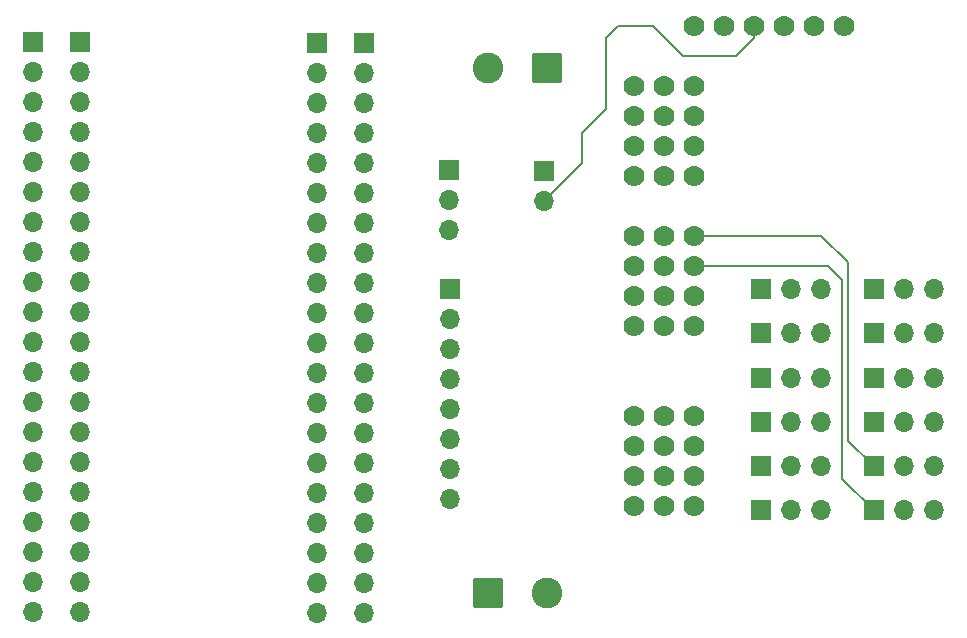
<source format=gbr>
%TF.GenerationSoftware,KiCad,Pcbnew,9.0.0*%
%TF.CreationDate,2025-03-26T16:26:24-04:00*%
%TF.ProjectId,spotmicro20mm,73706f74-6d69-4637-926f-32306d6d2e6b,rev?*%
%TF.SameCoordinates,Original*%
%TF.FileFunction,Copper,L4,Bot*%
%TF.FilePolarity,Positive*%
%FSLAX46Y46*%
G04 Gerber Fmt 4.6, Leading zero omitted, Abs format (unit mm)*
G04 Created by KiCad (PCBNEW 9.0.0) date 2025-03-26 16:26:24*
%MOMM*%
%LPD*%
G01*
G04 APERTURE LIST*
G04 Aperture macros list*
%AMRoundRect*
0 Rectangle with rounded corners*
0 $1 Rounding radius*
0 $2 $3 $4 $5 $6 $7 $8 $9 X,Y pos of 4 corners*
0 Add a 4 corners polygon primitive as box body*
4,1,4,$2,$3,$4,$5,$6,$7,$8,$9,$2,$3,0*
0 Add four circle primitives for the rounded corners*
1,1,$1+$1,$2,$3*
1,1,$1+$1,$4,$5*
1,1,$1+$1,$6,$7*
1,1,$1+$1,$8,$9*
0 Add four rect primitives between the rounded corners*
20,1,$1+$1,$2,$3,$4,$5,0*
20,1,$1+$1,$4,$5,$6,$7,0*
20,1,$1+$1,$6,$7,$8,$9,0*
20,1,$1+$1,$8,$9,$2,$3,0*%
G04 Aperture macros list end*
%TA.AperFunction,ComponentPad*%
%ADD10R,1.700000X1.700000*%
%TD*%
%TA.AperFunction,ComponentPad*%
%ADD11O,1.700000X1.700000*%
%TD*%
%TA.AperFunction,ComponentPad*%
%ADD12RoundRect,0.250000X1.050000X1.050000X-1.050000X1.050000X-1.050000X-1.050000X1.050000X-1.050000X0*%
%TD*%
%TA.AperFunction,ComponentPad*%
%ADD13C,2.600000*%
%TD*%
%TA.AperFunction,ComponentPad*%
%ADD14RoundRect,0.250000X-1.050000X-1.050000X1.050000X-1.050000X1.050000X1.050000X-1.050000X1.050000X0*%
%TD*%
%TA.AperFunction,ComponentPad*%
%ADD15C,1.778000*%
%TD*%
%TA.AperFunction,Conductor*%
%ADD16C,0.200000*%
%TD*%
G04 APERTURE END LIST*
D10*
%TO.P,J9,1,Pin_1*%
%TO.N,/PWM-7*%
X146170000Y-88000000D03*
D11*
%TO.P,J9,2,Pin_2*%
%TO.N,/S2-PWR*%
X148710000Y-88000000D03*
%TO.P,J9,3,Pin_3*%
%TO.N,/S2-GND*%
X151250000Y-88000000D03*
%TD*%
D10*
%TO.P,J14,1,Pin_1*%
%TO.N,/ESP-32Pin*%
X88500000Y-63360000D03*
D11*
%TO.P,J14,2,Pin_2*%
X88500000Y-65900000D03*
%TO.P,J14,3,Pin_3*%
X88500000Y-68440000D03*
%TO.P,J14,4,Pin_4*%
X88500000Y-70980000D03*
%TO.P,J14,5,Pin_5*%
X88500000Y-73520000D03*
%TO.P,J14,6,Pin_6*%
X88500000Y-76060000D03*
%TO.P,J14,7,Pin_7*%
X88500000Y-78600000D03*
%TO.P,J14,8,Pin_8*%
X88500000Y-81140000D03*
%TO.P,J14,9,Pin_9*%
X88500000Y-83680000D03*
%TO.P,J14,10,Pin_10*%
X88500000Y-86220000D03*
%TO.P,J14,11,Pin_11*%
X88500000Y-88760000D03*
%TO.P,J14,12,Pin_12*%
X88500000Y-91300000D03*
%TO.P,J14,13,Pin_13*%
X88500000Y-93840000D03*
%TO.P,J14,14,Pin_14*%
X88500000Y-96380000D03*
%TO.P,J14,15,Pin_15*%
X88500000Y-98920000D03*
%TO.P,J14,16,Pin_16*%
X88500000Y-101460000D03*
%TO.P,J14,17,Pin_17*%
X88500000Y-104000000D03*
%TO.P,J14,18,Pin_18*%
X88500000Y-106540000D03*
%TO.P,J14,19,Pin_19*%
X88500000Y-109080000D03*
%TO.P,J14,20,Pin_20*%
X88500000Y-111620000D03*
%TD*%
D10*
%TO.P,J6,1,Pin_1*%
%TO.N,/PWM-4*%
X155670000Y-99250000D03*
D11*
%TO.P,J6,2,Pin_2*%
%TO.N,/S1-PWR*%
X158210000Y-99250000D03*
%TO.P,J6,3,Pin_3*%
%TO.N,/S1-GND*%
X160750000Y-99250000D03*
%TD*%
D10*
%TO.P,J18,1,Pin_1*%
%TO.N,/Global SCL*%
X127750000Y-74250000D03*
D11*
%TO.P,J18,2,Pin_2*%
%TO.N,/Global SDA*%
X127750000Y-76790000D03*
%TD*%
D12*
%TO.P,J21,1,Pin_1*%
%TO.N,/S2-PWR*%
X127993453Y-65577500D03*
D13*
%TO.P,J21,2,Pin_2*%
%TO.N,/S2-GND*%
X122993453Y-65577500D03*
%TD*%
D10*
%TO.P,J4,1,Pin_1*%
%TO.N,/PWM-2*%
X155670000Y-91750000D03*
D11*
%TO.P,J4,2,Pin_2*%
%TO.N,/S1-PWR*%
X158210000Y-91750000D03*
%TO.P,J4,3,Pin_3*%
%TO.N,/S1-GND*%
X160750000Y-91750000D03*
%TD*%
D10*
%TO.P,J17,1,Pin_1*%
%TO.N,/ESP-32Pin*%
X112500000Y-63400000D03*
D11*
%TO.P,J17,2,Pin_2*%
X112500000Y-65940000D03*
%TO.P,J17,3,Pin_3*%
X112500000Y-68480000D03*
%TO.P,J17,4,Pin_4*%
X112500000Y-71020000D03*
%TO.P,J17,5,Pin_5*%
X112500000Y-73560000D03*
%TO.P,J17,6,Pin_6*%
X112500000Y-76100000D03*
%TO.P,J17,7,Pin_7*%
X112500000Y-78640000D03*
%TO.P,J17,8,Pin_8*%
X112500000Y-81180000D03*
%TO.P,J17,9,Pin_9*%
X112500000Y-83720000D03*
%TO.P,J17,10,Pin_10*%
X112500000Y-86260000D03*
%TO.P,J17,11,Pin_11*%
X112500000Y-88800000D03*
%TO.P,J17,12,Pin_12*%
X112500000Y-91340000D03*
%TO.P,J17,13,Pin_13*%
X112500000Y-93880000D03*
%TO.P,J17,14,Pin_14*%
X112500000Y-96420000D03*
%TO.P,J17,15,Pin_15*%
X112500000Y-98960000D03*
%TO.P,J17,16,Pin_16*%
X112500000Y-101500000D03*
%TO.P,J17,17,Pin_17*%
X112500000Y-104040000D03*
%TO.P,J17,18,Pin_18*%
X112500000Y-106580000D03*
%TO.P,J17,19,Pin_19*%
X112500000Y-109120000D03*
%TO.P,J17,20,Pin_20*%
X112500000Y-111660000D03*
%TD*%
D10*
%TO.P,J13,1,Pin_1*%
%TO.N,/PWM-11*%
X146170000Y-103000000D03*
D11*
%TO.P,J13,2,Pin_2*%
%TO.N,/S2-PWR*%
X148710000Y-103000000D03*
%TO.P,J13,3,Pin_3*%
%TO.N,/S2-GND*%
X151250000Y-103000000D03*
%TD*%
D10*
%TO.P,J3,1,Pin_1*%
%TO.N,/PWM-1*%
X155670000Y-88000000D03*
D11*
%TO.P,J3,2,Pin_2*%
%TO.N,/S1-PWR*%
X158210000Y-88000000D03*
%TO.P,J3,3,Pin_3*%
%TO.N,/S1-GND*%
X160750000Y-88000000D03*
%TD*%
D10*
%TO.P,J15,1,Pin_1*%
%TO.N,/ESP-32Pin*%
X108500000Y-63400000D03*
D11*
%TO.P,J15,2,Pin_2*%
X108500000Y-65940000D03*
%TO.P,J15,3,Pin_3*%
X108500000Y-68480000D03*
%TO.P,J15,4,Pin_4*%
X108500000Y-71020000D03*
%TO.P,J15,5,Pin_5*%
X108500000Y-73560000D03*
%TO.P,J15,6,Pin_6*%
X108500000Y-76100000D03*
%TO.P,J15,7,Pin_7*%
X108500000Y-78640000D03*
%TO.P,J15,8,Pin_8*%
X108500000Y-81180000D03*
%TO.P,J15,9,Pin_9*%
X108500000Y-83720000D03*
%TO.P,J15,10,Pin_10*%
X108500000Y-86260000D03*
%TO.P,J15,11,Pin_11*%
X108500000Y-88800000D03*
%TO.P,J15,12,Pin_12*%
X108500000Y-91340000D03*
%TO.P,J15,13,Pin_13*%
X108500000Y-93880000D03*
%TO.P,J15,14,Pin_14*%
X108500000Y-96420000D03*
%TO.P,J15,15,Pin_15*%
X108500000Y-98960000D03*
%TO.P,J15,16,Pin_16*%
X108500000Y-101500000D03*
%TO.P,J15,17,Pin_17*%
X108500000Y-104040000D03*
%TO.P,J15,18,Pin_18*%
X108500000Y-106580000D03*
%TO.P,J15,19,Pin_19*%
X108500000Y-109120000D03*
%TO.P,J15,20,Pin_20*%
X108500000Y-111660000D03*
%TD*%
D10*
%TO.P,J11,1,Pin_1*%
%TO.N,/PWM-9*%
X146170000Y-95500000D03*
D11*
%TO.P,J11,2,Pin_2*%
%TO.N,/S2-PWR*%
X148710000Y-95500000D03*
%TO.P,J11,3,Pin_3*%
%TO.N,/S2-GND*%
X151250000Y-95500000D03*
%TD*%
D14*
%TO.P,J1,1,Pin_1*%
%TO.N,/S1-PWR*%
X123000000Y-110000000D03*
D13*
%TO.P,J1,2,Pin_2*%
%TO.N,/S1-GND*%
X128000000Y-110000000D03*
%TD*%
D10*
%TO.P,J16,1,Pin_1*%
%TO.N,/ESP-32Pin*%
X84500000Y-63360000D03*
D11*
%TO.P,J16,2,Pin_2*%
X84500000Y-65900000D03*
%TO.P,J16,3,Pin_3*%
X84500000Y-68440000D03*
%TO.P,J16,4,Pin_4*%
X84500000Y-70980000D03*
%TO.P,J16,5,Pin_5*%
X84500000Y-73520000D03*
%TO.P,J16,6,Pin_6*%
X84500000Y-76060000D03*
%TO.P,J16,7,Pin_7*%
X84500000Y-78600000D03*
%TO.P,J16,8,Pin_8*%
X84500000Y-81140000D03*
%TO.P,J16,9,Pin_9*%
X84500000Y-83680000D03*
%TO.P,J16,10,Pin_10*%
X84500000Y-86220000D03*
%TO.P,J16,11,Pin_11*%
X84500000Y-88760000D03*
%TO.P,J16,12,Pin_12*%
X84500000Y-91300000D03*
%TO.P,J16,13,Pin_13*%
X84500000Y-93840000D03*
%TO.P,J16,14,Pin_14*%
X84500000Y-96380000D03*
%TO.P,J16,15,Pin_15*%
X84500000Y-98920000D03*
%TO.P,J16,16,Pin_16*%
X84500000Y-101460000D03*
%TO.P,J16,17,Pin_17*%
X84500000Y-104000000D03*
%TO.P,J16,18,Pin_18*%
X84500000Y-106540000D03*
%TO.P,J16,19,Pin_19*%
X84500000Y-109080000D03*
%TO.P,J16,20,Pin_20*%
X84500000Y-111620000D03*
%TD*%
D10*
%TO.P,J8,1,Pin_1*%
%TO.N,/PWM-6*%
X146170000Y-84250000D03*
D11*
%TO.P,J8,2,Pin_2*%
%TO.N,/S2-PWR*%
X148710000Y-84250000D03*
%TO.P,J8,3,Pin_3*%
%TO.N,/S2-GND*%
X151250000Y-84250000D03*
%TD*%
D10*
%TO.P,J5,1,Pin_1*%
%TO.N,/PWM-3*%
X155670000Y-95500000D03*
D11*
%TO.P,J5,2,Pin_2*%
%TO.N,/S1-PWR*%
X158210000Y-95500000D03*
%TO.P,J5,3,Pin_3*%
%TO.N,/S1-GND*%
X160750000Y-95500000D03*
%TD*%
D10*
%TO.P,J10,1,Pin_1*%
%TO.N,/PWM-8*%
X146170000Y-91750000D03*
D11*
%TO.P,J10,2,Pin_2*%
%TO.N,/S2-PWR*%
X148710000Y-91750000D03*
%TO.P,J10,3,Pin_3*%
%TO.N,/S2-GND*%
X151250000Y-91750000D03*
%TD*%
D10*
%TO.P,J20,1,Pin_1*%
%TO.N,/ESP32-3v3*%
X119800000Y-84260000D03*
D11*
%TO.P,J20,2,Pin_2*%
%TO.N,/ESP32-GND*%
X119800000Y-86800000D03*
%TO.P,J20,3,Pin_3*%
%TO.N,/Global SCL*%
X119800000Y-89340000D03*
%TO.P,J20,4,Pin_4*%
%TO.N,/Global SDA*%
X119800000Y-91880000D03*
%TO.P,J20,5,Pin_5*%
%TO.N,unconnected-(J20-Pin_5-Pad5)*%
X119800000Y-94420000D03*
%TO.P,J20,6,Pin_6*%
%TO.N,unconnected-(J20-Pin_6-Pad6)*%
X119800000Y-96960000D03*
%TO.P,J20,7,Pin_7*%
%TO.N,unconnected-(J20-Pin_7-Pad7)*%
X119800000Y-99500000D03*
%TO.P,J20,8,Pin_8*%
%TO.N,unconnected-(J20-Pin_8-Pad8)*%
X119800000Y-102040000D03*
%TD*%
D10*
%TO.P,J12,1,Pin_1*%
%TO.N,/PWM-10*%
X146170000Y-99250000D03*
D11*
%TO.P,J12,2,Pin_2*%
%TO.N,/S2-PWR*%
X148710000Y-99250000D03*
%TO.P,J12,3,Pin_3*%
%TO.N,/S2-GND*%
X151250000Y-99250000D03*
%TD*%
D10*
%TO.P,J19,1,Pin_1*%
%TO.N,/ESP32-GND*%
X119750000Y-74210000D03*
D11*
%TO.P,J19,2,Pin_2*%
%TO.N,/ESP32-3v3*%
X119750000Y-76750000D03*
%TO.P,J19,3,Pin_3*%
%TO.N,/ESP32-5v*%
X119750000Y-79290000D03*
%TD*%
D10*
%TO.P,J7,1,Pin_1*%
%TO.N,/PWM-5*%
X155670000Y-103000000D03*
D11*
%TO.P,J7,2,Pin_2*%
%TO.N,/S1-PWR*%
X158210000Y-103000000D03*
%TO.P,J7,3,Pin_3*%
%TO.N,/S1-GND*%
X160750000Y-103000000D03*
%TD*%
D15*
%TO.P,U2,0,PWM_0*%
%TO.N,/PWM-0*%
X140440000Y-67050000D03*
%TO.P,U2,1,PWM_1*%
%TO.N,/PWM-1*%
X140440000Y-69590000D03*
%TO.P,U2,2,PWM_2*%
%TO.N,/PWM-2*%
X140440000Y-72130000D03*
%TO.P,U2,3,PWM_3*%
%TO.N,/PWM-3*%
X140440000Y-74670000D03*
%TO.P,U2,4,PWM_4*%
%TO.N,/PWM-4*%
X140440000Y-79750000D03*
%TO.P,U2,5,PWM_5*%
%TO.N,/PWM-5*%
X140440000Y-82290000D03*
%TO.P,U2,6,PWM_6*%
%TO.N,/PWM-6*%
X140440000Y-84830000D03*
%TO.P,U2,7,PWM_7*%
%TO.N,/PWM-7*%
X140440000Y-87370000D03*
%TO.P,U2,8,PWM_8*%
%TO.N,/PWM-8*%
X140440000Y-94990000D03*
%TO.P,U2,9,PWM_9*%
%TO.N,/PWM-9*%
X140440000Y-97530000D03*
%TO.P,U2,10,PWM_10*%
%TO.N,/PWM-10*%
X140440000Y-100070000D03*
%TO.P,U2,11,PWM_11*%
%TO.N,/PWM-11*%
X140440000Y-102610000D03*
%TO.P,U2,GND_1,GND*%
%TO.N,/ESP32-GND*%
X153140000Y-61970000D03*
%TO.P,U2,GND_3*%
%TO.N,N/C*%
X135360000Y-67050000D03*
%TO.P,U2,GND_4*%
X135360000Y-69590000D03*
%TO.P,U2,GND_5*%
X135360000Y-72130000D03*
%TO.P,U2,GND_6*%
X135360000Y-74670000D03*
%TO.P,U2,GND_7*%
X135360000Y-79750000D03*
%TO.P,U2,GND_8*%
X135360000Y-82290000D03*
%TO.P,U2,GND_9*%
X135360000Y-84830000D03*
%TO.P,U2,GND_10*%
X135360000Y-87370000D03*
%TO.P,U2,GND_11*%
X135360000Y-94990000D03*
%TO.P,U2,GND_12*%
X135360000Y-97530000D03*
%TO.P,U2,GND_13*%
X135360000Y-100070000D03*
%TO.P,U2,GND_14*%
X135360000Y-102610000D03*
%TO.P,U2,OE_1*%
X150600000Y-61970000D03*
%TO.P,U2,SCL_1,SCL*%
%TO.N,/Global SCL*%
X148060000Y-61970000D03*
%TO.P,U2,SDA_1,SDA*%
%TO.N,/Global SDA*%
X145520000Y-61970000D03*
%TO.P,U2,V+_1,V+*%
%TO.N,unconnected-(U2-V+-PadV+_1)*%
X140440000Y-61970000D03*
%TO.P,U2,V+_3*%
%TO.N,N/C*%
X137900000Y-67050000D03*
%TO.P,U2,V+_4*%
X137900000Y-69590000D03*
%TO.P,U2,V+_5*%
X137900000Y-72130000D03*
%TO.P,U2,V+_6*%
X137900000Y-74670000D03*
%TO.P,U2,V+_7*%
X137900000Y-79750000D03*
%TO.P,U2,V+_8*%
X137900000Y-82290000D03*
%TO.P,U2,V+_9*%
X137900000Y-84830000D03*
%TO.P,U2,V+_10*%
X137900000Y-87370000D03*
%TO.P,U2,V+_11*%
X137900000Y-94990000D03*
%TO.P,U2,V+_12*%
X137900000Y-97530000D03*
%TO.P,U2,V+_13*%
X137900000Y-100070000D03*
%TO.P,U2,V+_14*%
X137900000Y-102610000D03*
%TO.P,U2,VCC_1,VCC*%
%TO.N,/ESP32-5v*%
X142980000Y-61970000D03*
%TD*%
D10*
%TO.P,J2,1,Pin_1*%
%TO.N,/PWM-0*%
X155670000Y-84250000D03*
D11*
%TO.P,J2,2,Pin_2*%
%TO.N,/S1-PWR*%
X158210000Y-84250000D03*
%TO.P,J2,3,Pin_3*%
%TO.N,/S1-GND*%
X160750000Y-84250000D03*
%TD*%
D16*
%TO.N,/PWM-4*%
X140440000Y-79750000D02*
X151250000Y-79750000D01*
X151250000Y-79750000D02*
X153500000Y-82000000D01*
X153500000Y-82000000D02*
X153500000Y-97080000D01*
X153500000Y-97080000D02*
X155670000Y-99250000D01*
%TO.N,/PWM-5*%
X153000000Y-83500000D02*
X153000000Y-100330000D01*
X151790000Y-82290000D02*
X153000000Y-83500000D01*
X153000000Y-100330000D02*
X155670000Y-103000000D01*
X140440000Y-82290000D02*
X151790000Y-82290000D01*
%TO.N,/Global SDA*%
X133000000Y-63000000D02*
X134000000Y-62000000D01*
X144000000Y-64500000D02*
X145520000Y-62980000D01*
X127750000Y-76790000D02*
X131000000Y-73540000D01*
X137000000Y-62000000D02*
X139500000Y-64500000D01*
X145520000Y-62980000D02*
X145520000Y-61970000D01*
X131000000Y-71000000D02*
X133000000Y-69000000D01*
X139500000Y-64500000D02*
X144000000Y-64500000D01*
X133000000Y-69000000D02*
X133000000Y-63000000D01*
X134000000Y-62000000D02*
X137000000Y-62000000D01*
X131000000Y-73540000D02*
X131000000Y-71000000D01*
%TD*%
M02*

</source>
